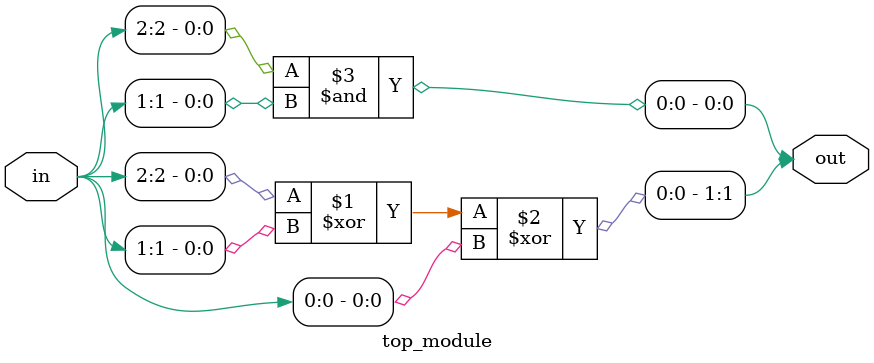
<source format=sv>
module top_module (
	input [2:0] in,
	output [1:0] out
);

	//simple combinational logic
	assign out[1] = in[2] ^ in[1] ^ in[0];
	assign out[0] = in[2] & in[1];
    
endmodule

</source>
